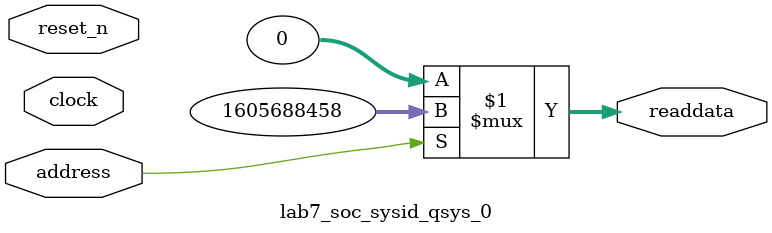
<source format=v>



// synthesis translate_off
`timescale 1ns / 1ps
// synthesis translate_on

// turn off superfluous verilog processor warnings 
// altera message_level Level1 
// altera message_off 10034 10035 10036 10037 10230 10240 10030 

module lab7_soc_sysid_qsys_0 (
               // inputs:
                address,
                clock,
                reset_n,

               // outputs:
                readdata
             )
;

  output  [ 31: 0] readdata;
  input            address;
  input            clock;
  input            reset_n;

  wire    [ 31: 0] readdata;
  //control_slave, which is an e_avalon_slave
  assign readdata = address ? 1605688458 : 0;

endmodule



</source>
